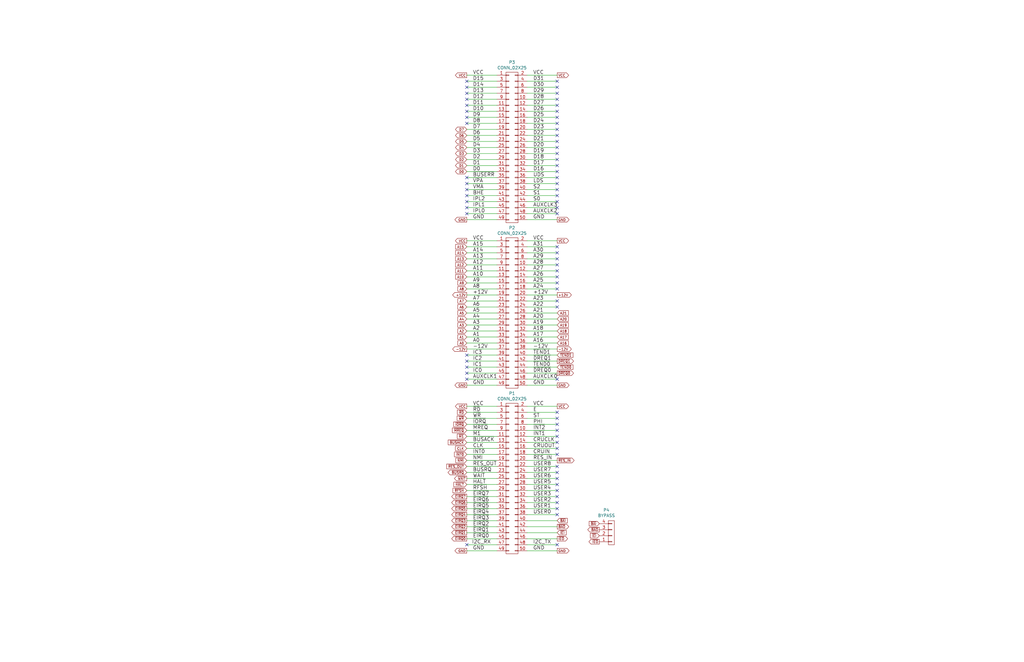
<source format=kicad_sch>
(kicad_sch (version 20211123) (generator eeschema)
  (paper "B")
  (lib_symbols
    (symbol "processor.Z80-rescue:CONN_01X04-conn" (pin_names (offset 1.016) hide)
      (property "Reference" "J" (at 0 6.35 0))
      (property "Value" "CONN_01X04-conn" (at 2.54 0 90))
      (symbol "CONN_01X04-conn_0_1"
        (rectangle (start -1.27 -3.683) (end 0.254 -3.937))
        (rectangle (start -1.27 -1.143) (end 0.254 -1.397))
        (rectangle (start -1.27 1.397) (end 0.254 1.143))
        (rectangle (start -1.27 3.937) (end 0.254 3.683))
        (rectangle (start -1.27 5.08) (end 1.27 -5.08))
      )
      (symbol "CONN_01X04-conn_1_1"
        (pin passive line (at -5.08 3.81 0) (length 3.81) (name "P1") (number "1"))
        (pin passive line (at -5.08 1.27 0) (length 3.81) (name "P2") (number "2"))
        (pin passive line (at -5.08 -1.27 0) (length 3.81) (name "P3") (number "3"))
        (pin passive line (at -5.08 -3.81 0) (length 3.81) (name "P4") (number "4"))
      )
    )
    (symbol "processor.Z80-rescue:CONN_02X25-conn" (pin_names (offset 0.0254) hide)
      (property "Reference" "J" (at 0 33.02 0))
      (property "Value" "CONN_02X25-conn" (at 0 0 90))
      (symbol "CONN_02X25-conn_0_1"
        (rectangle (start -2.54 -30.353) (end -1.27 -30.607))
        (rectangle (start -2.54 -27.813) (end -1.27 -28.067))
        (rectangle (start -2.54 -25.273) (end -1.27 -25.527))
        (rectangle (start -2.54 -22.733) (end -1.27 -22.987))
        (rectangle (start -2.54 -20.193) (end -1.27 -20.447))
        (rectangle (start -2.54 -17.653) (end -1.27 -17.907))
        (rectangle (start -2.54 -15.113) (end -1.27 -15.367))
        (rectangle (start -2.54 -12.573) (end -1.27 -12.827))
        (rectangle (start -2.54 -10.033) (end -1.27 -10.287))
        (rectangle (start -2.54 -7.493) (end -1.27 -7.747))
        (rectangle (start -2.54 -4.953) (end -1.27 -5.207))
        (rectangle (start -2.54 -2.413) (end -1.27 -2.667))
        (rectangle (start -2.54 0.127) (end -1.27 -0.127))
        (rectangle (start -2.54 2.667) (end -1.27 2.413))
        (rectangle (start -2.54 5.207) (end -1.27 4.953))
        (rectangle (start -2.54 7.747) (end -1.27 7.493))
        (rectangle (start -2.54 10.287) (end -1.27 10.033))
        (rectangle (start -2.54 12.827) (end -1.27 12.573))
        (rectangle (start -2.54 15.367) (end -1.27 15.113))
        (rectangle (start -2.54 17.907) (end -1.27 17.653))
        (rectangle (start -2.54 20.447) (end -1.27 20.193))
        (rectangle (start -2.54 22.987) (end -1.27 22.733))
        (rectangle (start -2.54 25.527) (end -1.27 25.273))
        (rectangle (start -2.54 28.067) (end -1.27 27.813))
        (rectangle (start -2.54 30.607) (end -1.27 30.353))
        (rectangle (start -2.54 31.75) (end 2.54 -31.75))
        (rectangle (start 1.27 -30.353) (end 2.54 -30.607))
        (rectangle (start 1.27 -27.813) (end 2.54 -28.067))
        (rectangle (start 1.27 -25.273) (end 2.54 -25.527))
        (rectangle (start 1.27 -22.733) (end 2.54 -22.987))
        (rectangle (start 1.27 -20.193) (end 2.54 -20.447))
        (rectangle (start 1.27 -17.653) (end 2.54 -17.907))
        (rectangle (start 1.27 -15.113) (end 2.54 -15.367))
        (rectangle (start 1.27 -12.573) (end 2.54 -12.827))
        (rectangle (start 1.27 -10.033) (end 2.54 -10.287))
        (rectangle (start 1.27 -7.493) (end 2.54 -7.747))
        (rectangle (start 1.27 -4.953) (end 2.54 -5.207))
        (rectangle (start 1.27 -2.413) (end 2.54 -2.667))
        (rectangle (start 1.27 0.127) (end 2.54 -0.127))
        (rectangle (start 1.27 2.667) (end 2.54 2.413))
        (rectangle (start 1.27 5.207) (end 2.54 4.953))
        (rectangle (start 1.27 7.747) (end 2.54 7.493))
        (rectangle (start 1.27 10.287) (end 2.54 10.033))
        (rectangle (start 1.27 12.827) (end 2.54 12.573))
        (rectangle (start 1.27 15.367) (end 2.54 15.113))
        (rectangle (start 1.27 17.907) (end 2.54 17.653))
        (rectangle (start 1.27 20.447) (end 2.54 20.193))
        (rectangle (start 1.27 22.987) (end 2.54 22.733))
        (rectangle (start 1.27 25.527) (end 2.54 25.273))
        (rectangle (start 1.27 28.067) (end 2.54 27.813))
        (rectangle (start 1.27 30.607) (end 2.54 30.353))
      )
      (symbol "CONN_02X25-conn_1_1"
        (pin passive line (at -6.35 30.48 0) (length 3.81) (name "P1") (number "1"))
        (pin passive line (at 6.35 20.32 180) (length 3.81) (name "P10") (number "10"))
        (pin passive line (at -6.35 17.78 0) (length 3.81) (name "P11") (number "11"))
        (pin passive line (at 6.35 17.78 180) (length 3.81) (name "P12") (number "12"))
        (pin passive line (at -6.35 15.24 0) (length 3.81) (name "P13") (number "13"))
        (pin passive line (at 6.35 15.24 180) (length 3.81) (name "P14") (number "14"))
        (pin passive line (at -6.35 12.7 0) (length 3.81) (name "P15") (number "15"))
        (pin passive line (at 6.35 12.7 180) (length 3.81) (name "P16") (number "16"))
        (pin passive line (at -6.35 10.16 0) (length 3.81) (name "P17") (number "17"))
        (pin passive line (at 6.35 10.16 180) (length 3.81) (name "P18") (number "18"))
        (pin passive line (at -6.35 7.62 0) (length 3.81) (name "P19") (number "19"))
        (pin passive line (at 6.35 30.48 180) (length 3.81) (name "P2") (number "2"))
        (pin passive line (at 6.35 7.62 180) (length 3.81) (name "P20") (number "20"))
        (pin passive line (at -6.35 5.08 0) (length 3.81) (name "P21") (number "21"))
        (pin passive line (at 6.35 5.08 180) (length 3.81) (name "P22") (number "22"))
        (pin passive line (at -6.35 2.54 0) (length 3.81) (name "P23") (number "23"))
        (pin passive line (at 6.35 2.54 180) (length 3.81) (name "P24") (number "24"))
        (pin passive line (at -6.35 0 0) (length 3.81) (name "P25") (number "25"))
        (pin passive line (at 6.35 0 180) (length 3.81) (name "P26") (number "26"))
        (pin passive line (at -6.35 -2.54 0) (length 3.81) (name "P27") (number "27"))
        (pin passive line (at 6.35 -2.54 180) (length 3.81) (name "P28") (number "28"))
        (pin passive line (at -6.35 -5.08 0) (length 3.81) (name "P29") (number "29"))
        (pin passive line (at -6.35 27.94 0) (length 3.81) (name "P3") (number "3"))
        (pin passive line (at 6.35 -5.08 180) (length 3.81) (name "P30") (number "30"))
        (pin passive line (at -6.35 -7.62 0) (length 3.81) (name "P31") (number "31"))
        (pin passive line (at 6.35 -7.62 180) (length 3.81) (name "P32") (number "32"))
        (pin passive line (at -6.35 -10.16 0) (length 3.81) (name "P33") (number "33"))
        (pin passive line (at 6.35 -10.16 180) (length 3.81) (name "P34") (number "34"))
        (pin passive line (at -6.35 -12.7 0) (length 3.81) (name "P35") (number "35"))
        (pin passive line (at 6.35 -12.7 180) (length 3.81) (name "P36") (number "36"))
        (pin passive line (at -6.35 -15.24 0) (length 3.81) (name "P37") (number "37"))
        (pin passive line (at 6.35 -15.24 180) (length 3.81) (name "P38") (number "38"))
        (pin passive line (at -6.35 -17.78 0) (length 3.81) (name "P39") (number "39"))
        (pin passive line (at 6.35 27.94 180) (length 3.81) (name "P4") (number "4"))
        (pin passive line (at 6.35 -17.78 180) (length 3.81) (name "P40") (number "40"))
        (pin passive line (at -6.35 -20.32 0) (length 3.81) (name "P41") (number "41"))
        (pin passive line (at 6.35 -20.32 180) (length 3.81) (name "P42") (number "42"))
        (pin passive line (at -6.35 -22.86 0) (length 3.81) (name "P43") (number "43"))
        (pin passive line (at 6.35 -22.86 180) (length 3.81) (name "P44") (number "44"))
        (pin passive line (at -6.35 -25.4 0) (length 3.81) (name "P45") (number "45"))
        (pin passive line (at 6.35 -25.4 180) (length 3.81) (name "P46") (number "46"))
        (pin passive line (at -6.35 -27.94 0) (length 3.81) (name "P47") (number "47"))
        (pin passive line (at 6.35 -27.94 180) (length 3.81) (name "P48") (number "48"))
        (pin passive line (at -6.35 -30.48 0) (length 3.81) (name "P49") (number "49"))
        (pin passive line (at -6.35 25.4 0) (length 3.81) (name "P5") (number "5"))
        (pin passive line (at 6.35 -30.48 180) (length 3.81) (name "P50") (number "50"))
        (pin passive line (at 6.35 25.4 180) (length 3.81) (name "P6") (number "6"))
        (pin passive line (at -6.35 22.86 0) (length 3.81) (name "P7") (number "7"))
        (pin passive line (at 6.35 22.86 180) (length 3.81) (name "P8") (number "8"))
        (pin passive line (at -6.35 20.32 0) (length 3.81) (name "P9") (number "9"))
      )
    )
  )
  (no_connect (at 234.95 34.29))
  (no_connect (at 196.85 157.48))
  (no_connect (at 234.95 217.17))
  (no_connect (at 234.95 212.09))
  (no_connect (at 234.95 116.84))
  (no_connect (at 234.95 127))
  (no_connect (at 196.85 41.91))
  (no_connect (at 196.85 85.09))
  (no_connect (at 234.95 199.39))
  (no_connect (at 234.95 184.15))
  (no_connect (at 234.95 41.91))
  (no_connect (at 196.85 149.86))
  (no_connect (at 234.95 90.17))
  (no_connect (at 234.95 64.77))
  (no_connect (at 234.95 85.09))
  (no_connect (at 196.85 36.83))
  (no_connect (at 234.95 36.83))
  (no_connect (at 196.85 52.07))
  (no_connect (at 234.95 69.85))
  (no_connect (at 234.95 77.47))
  (no_connect (at 234.95 196.85))
  (no_connect (at 196.85 152.4))
  (no_connect (at 234.95 181.61))
  (no_connect (at 196.85 229.87))
  (no_connect (at 234.95 39.37))
  (no_connect (at 234.95 204.47))
  (no_connect (at 234.95 214.63))
  (no_connect (at 234.95 106.68))
  (no_connect (at 234.95 186.69))
  (no_connect (at 234.95 129.54))
  (no_connect (at 196.85 34.29))
  (no_connect (at 196.85 49.53))
  (no_connect (at 234.95 201.93))
  (no_connect (at 234.95 104.14))
  (no_connect (at 234.95 173.99))
  (no_connect (at 234.95 191.77))
  (no_connect (at 234.95 189.23))
  (no_connect (at 234.95 59.69))
  (no_connect (at 234.95 80.01))
  (no_connect (at 234.95 74.93))
  (no_connect (at 234.95 209.55))
  (no_connect (at 234.95 52.07))
  (no_connect (at 196.85 77.47))
  (no_connect (at 234.95 62.23))
  (no_connect (at 196.85 82.55))
  (no_connect (at 234.95 109.22))
  (no_connect (at 234.95 121.92))
  (no_connect (at 196.85 90.17))
  (no_connect (at 234.95 44.45))
  (no_connect (at 234.95 111.76))
  (no_connect (at 234.95 54.61))
  (no_connect (at 234.95 46.99))
  (no_connect (at 234.95 49.53))
  (no_connect (at 234.95 229.87))
  (no_connect (at 234.95 72.39))
  (no_connect (at 234.95 207.01))
  (no_connect (at 234.95 176.53))
  (no_connect (at 196.85 154.94))
  (no_connect (at 234.95 87.63))
  (no_connect (at 196.85 74.93))
  (no_connect (at 234.95 179.07))
  (no_connect (at 234.95 119.38))
  (no_connect (at 234.95 67.31))
  (no_connect (at 234.95 114.3))
  (no_connect (at 196.85 87.63))
  (no_connect (at 196.85 46.99))
  (no_connect (at 234.95 82.55))
  (no_connect (at 196.85 39.37))
  (no_connect (at 196.85 160.02))
  (no_connect (at 234.95 57.15))
  (no_connect (at 196.85 80.01))
  (no_connect (at 234.95 160.02))
  (no_connect (at 196.85 44.45))
  (wire (pts (xy 222.25 34.29) (xy 234.95 34.29)))
  (wire (pts (xy 222.25 132.08) (xy 234.95 132.08)))
  (wire (pts (xy 222.25 152.4) (xy 234.95 152.4)))
  (wire (pts (xy 196.85 214.63) (xy 209.55 214.63)))
  (wire (pts (xy 196.85 147.32) (xy 209.55 147.32)))
  (wire (pts (xy 196.85 39.37) (xy 209.55 39.37)))
  (wire (pts (xy 196.85 114.3) (xy 209.55 114.3)))
  (wire (pts (xy 234.95 176.53) (xy 222.25 176.53)))
  (wire (pts (xy 196.85 109.22) (xy 209.55 109.22)))
  (wire (pts (xy 222.25 44.45) (xy 234.95 44.45)))
  (wire (pts (xy 196.85 104.14) (xy 209.55 104.14)))
  (wire (pts (xy 196.85 186.69) (xy 209.55 186.69)))
  (wire (pts (xy 222.25 101.6) (xy 234.95 101.6)))
  (wire (pts (xy 196.85 64.77) (xy 209.55 64.77)))
  (wire (pts (xy 196.85 224.79) (xy 209.55 224.79)))
  (wire (pts (xy 222.25 212.09) (xy 234.95 212.09)))
  (wire (pts (xy 222.25 72.39) (xy 234.95 72.39)))
  (wire (pts (xy 196.85 121.92) (xy 209.55 121.92)))
  (wire (pts (xy 222.25 142.24) (xy 234.95 142.24)))
  (wire (pts (xy 222.25 31.75) (xy 234.95 31.75)))
  (wire (pts (xy 234.95 219.71) (xy 222.25 219.71)))
  (wire (pts (xy 196.85 191.77) (xy 209.55 191.77)))
  (wire (pts (xy 222.25 207.01) (xy 234.95 207.01)))
  (wire (pts (xy 209.55 77.47) (xy 196.85 77.47)))
  (wire (pts (xy 222.25 39.37) (xy 234.95 39.37)))
  (wire (pts (xy 222.25 82.55) (xy 234.95 82.55)))
  (wire (pts (xy 222.25 147.32) (xy 234.95 147.32)))
  (wire (pts (xy 196.85 184.15) (xy 209.55 184.15)))
  (wire (pts (xy 196.85 134.62) (xy 209.55 134.62)))
  (wire (pts (xy 196.85 139.7) (xy 209.55 139.7)))
  (wire (pts (xy 222.25 217.17) (xy 234.95 217.17)))
  (wire (pts (xy 196.85 57.15) (xy 209.55 57.15)))
  (wire (pts (xy 222.25 194.31) (xy 234.95 194.31)))
  (wire (pts (xy 222.25 137.16) (xy 234.95 137.16)))
  (wire (pts (xy 196.85 176.53) (xy 209.55 176.53)))
  (wire (pts (xy 196.85 67.31) (xy 209.55 67.31)))
  (wire (pts (xy 222.25 36.83) (xy 234.95 36.83)))
  (wire (pts (xy 196.85 36.83) (xy 209.55 36.83)))
  (wire (pts (xy 222.25 52.07) (xy 234.95 52.07)))
  (wire (pts (xy 234.95 184.15) (xy 222.25 184.15)))
  (wire (pts (xy 196.85 171.45) (xy 209.55 171.45)))
  (wire (pts (xy 196.85 199.39) (xy 209.55 199.39)))
  (wire (pts (xy 196.85 196.85) (xy 209.55 196.85)))
  (wire (pts (xy 222.25 119.38) (xy 234.95 119.38)))
  (wire (pts (xy 196.85 137.16) (xy 209.55 137.16)))
  (wire (pts (xy 196.85 54.61) (xy 209.55 54.61)))
  (wire (pts (xy 234.95 224.79) (xy 222.25 224.79)))
  (wire (pts (xy 196.85 116.84) (xy 209.55 116.84)))
  (wire (pts (xy 222.25 160.02) (xy 234.95 160.02)))
  (wire (pts (xy 209.55 152.4) (xy 196.85 152.4)))
  (wire (pts (xy 222.25 67.31) (xy 234.95 67.31)))
  (wire (pts (xy 234.95 173.99) (xy 222.25 173.99)))
  (wire (pts (xy 209.55 229.87) (xy 196.85 229.87)))
  (wire (pts (xy 222.25 109.22) (xy 234.95 109.22)))
  (wire (pts (xy 196.85 209.55) (xy 209.55 209.55)))
  (wire (pts (xy 234.95 186.69) (xy 222.25 186.69)))
  (wire (pts (xy 222.25 157.48) (xy 234.95 157.48)))
  (wire (pts (xy 222.25 41.91) (xy 234.95 41.91)))
  (wire (pts (xy 196.85 62.23) (xy 209.55 62.23)))
  (wire (pts (xy 196.85 34.29) (xy 209.55 34.29)))
  (wire (pts (xy 222.25 59.69) (xy 234.95 59.69)))
  (wire (pts (xy 222.25 129.54) (xy 234.95 129.54)))
  (wire (pts (xy 196.85 101.6) (xy 209.55 101.6)))
  (wire (pts (xy 196.85 217.17) (xy 209.55 217.17)))
  (wire (pts (xy 222.25 127) (xy 234.95 127)))
  (wire (pts (xy 196.85 160.02) (xy 209.55 160.02)))
  (wire (pts (xy 196.85 119.38) (xy 209.55 119.38)))
  (wire (pts (xy 222.25 121.92) (xy 234.95 121.92)))
  (wire (pts (xy 222.25 134.62) (xy 234.95 134.62)))
  (wire (pts (xy 222.25 85.09) (xy 234.95 85.09)))
  (wire (pts (xy 234.95 181.61) (xy 222.25 181.61)))
  (wire (pts (xy 196.85 49.53) (xy 209.55 49.53)))
  (wire (pts (xy 222.25 90.17) (xy 234.95 90.17)))
  (wire (pts (xy 196.85 204.47) (xy 209.55 204.47)))
  (wire (pts (xy 222.25 92.71) (xy 234.95 92.71)))
  (wire (pts (xy 222.25 49.53) (xy 234.95 49.53)))
  (wire (pts (xy 196.85 207.01) (xy 209.55 207.01)))
  (wire (pts (xy 196.85 201.93) (xy 209.55 201.93)))
  (wire (pts (xy 196.85 111.76) (xy 209.55 111.76)))
  (wire (pts (xy 234.95 229.87) (xy 222.25 229.87)))
  (wire (pts (xy 196.85 227.33) (xy 209.55 227.33)))
  (wire (pts (xy 222.25 74.93) (xy 234.95 74.93)))
  (wire (pts (xy 222.25 201.93) (xy 234.95 201.93)))
  (wire (pts (xy 209.55 80.01) (xy 196.85 80.01)))
  (wire (pts (xy 222.25 189.23) (xy 234.95 189.23)))
  (wire (pts (xy 222.25 46.99) (xy 234.95 46.99)))
  (wire (pts (xy 222.25 104.14) (xy 234.95 104.14)))
  (wire (pts (xy 196.85 222.25) (xy 209.55 222.25)))
  (wire (pts (xy 222.25 209.55) (xy 234.95 209.55)))
  (wire (pts (xy 209.55 74.93) (xy 196.85 74.93)))
  (wire (pts (xy 209.55 90.17) (xy 196.85 90.17)))
  (wire (pts (xy 222.25 204.47) (xy 234.95 204.47)))
  (wire (pts (xy 196.85 194.31) (xy 209.55 194.31)))
  (wire (pts (xy 196.85 144.78) (xy 209.55 144.78)))
  (wire (pts (xy 196.85 69.85) (xy 209.55 69.85)))
  (wire (pts (xy 222.25 196.85) (xy 234.95 196.85)))
  (wire (pts (xy 222.25 106.68) (xy 234.95 106.68)))
  (wire (pts (xy 222.25 214.63) (xy 234.95 214.63)))
  (wire (pts (xy 222.25 199.39) (xy 234.95 199.39)))
  (wire (pts (xy 196.85 162.56) (xy 209.55 162.56)))
  (wire (pts (xy 196.85 41.91) (xy 209.55 41.91)))
  (wire (pts (xy 196.85 232.41) (xy 209.55 232.41)))
  (wire (pts (xy 222.25 77.47) (xy 234.95 77.47)))
  (wire (pts (xy 222.25 80.01) (xy 234.95 80.01)))
  (wire (pts (xy 196.85 106.68) (xy 209.55 106.68)))
  (wire (pts (xy 209.55 82.55) (xy 196.85 82.55)))
  (wire (pts (xy 222.25 191.77) (xy 234.95 191.77)))
  (wire (pts (xy 196.85 132.08) (xy 209.55 132.08)))
  (wire (pts (xy 196.85 31.75) (xy 209.55 31.75)))
  (wire (pts (xy 222.25 54.61) (xy 234.95 54.61)))
  (wire (pts (xy 196.85 44.45) (xy 209.55 44.45)))
  (wire (pts (xy 222.25 144.78) (xy 234.95 144.78)))
  (wire (pts (xy 222.25 124.46) (xy 234.95 124.46)))
  (wire (pts (xy 222.25 232.41) (xy 234.95 232.41)))
  (wire (pts (xy 222.25 149.86) (xy 234.95 149.86)))
  (wire (pts (xy 196.85 52.07) (xy 209.55 52.07)))
  (wire (pts (xy 209.55 149.86) (xy 196.85 149.86)))
  (wire (pts (xy 196.85 92.71) (xy 209.55 92.71)))
  (wire (pts (xy 222.25 139.7) (xy 234.95 139.7)))
  (wire (pts (xy 196.85 127) (xy 209.55 127)))
  (wire (pts (xy 222.25 57.15) (xy 234.95 57.15)))
  (wire (pts (xy 234.95 87.63) (xy 222.25 87.63)))
  (wire (pts (xy 196.85 189.23) (xy 209.55 189.23)))
  (wire (pts (xy 222.25 154.94) (xy 234.95 154.94)))
  (wire (pts (xy 222.25 64.77) (xy 234.95 64.77)))
  (wire (pts (xy 234.95 179.07) (xy 222.25 179.07)))
  (wire (pts (xy 234.95 227.33) (xy 222.25 227.33)))
  (wire (pts (xy 196.85 46.99) (xy 209.55 46.99)))
  (wire (pts (xy 209.55 157.48) (xy 196.85 157.48)))
  (wire (pts (xy 209.55 154.94) (xy 196.85 154.94)))
  (wire (pts (xy 196.85 212.09) (xy 209.55 212.09)))
  (wire (pts (xy 196.85 129.54) (xy 209.55 129.54)))
  (wire (pts (xy 222.25 111.76) (xy 234.95 111.76)))
  (wire (pts (xy 222.25 62.23) (xy 234.95 62.23)))
  (wire (pts (xy 209.55 87.63) (xy 196.85 87.63)))
  (wire (pts (xy 196.85 179.07) (xy 209.55 179.07)))
  (wire (pts (xy 196.85 142.24) (xy 209.55 142.24)))
  (wire (pts (xy 196.85 173.99) (xy 209.55 173.99)))
  (wire (pts (xy 234.95 222.25) (xy 222.25 222.25)))
  (wire (pts (xy 209.55 85.09) (xy 196.85 85.09)))
  (wire (pts (xy 196.85 72.39) (xy 209.55 72.39)))
  (wire (pts (xy 222.25 114.3) (xy 234.95 114.3)))
  (wire (pts (xy 222.25 69.85) (xy 234.95 69.85)))
  (wire (pts (xy 196.85 219.71) (xy 209.55 219.71)))
  (wire (pts (xy 196.85 181.61) (xy 209.55 181.61)))
  (wire (pts (xy 222.25 162.56) (xy 234.95 162.56)))
  (wire (pts (xy 196.85 59.69) (xy 209.55 59.69)))
  (wire (pts (xy 222.25 116.84) (xy 234.95 116.84)))
  (wire (pts (xy 222.25 171.45) (xy 234.95 171.45)))
  (wire (pts (xy 196.85 124.46) (xy 209.55 124.46)))
  (label "+12V" (at 224.79 124.46 0) (effects (font (size 1.524 1.524))))
  (label "~{IORQ}" (at 199.39 179.07 0) (effects (font (size 1.524 1.524))))
  (label "-12V" (at 224.79 147.32 0) (effects (font (size 1.524 1.524))))
  (label "D27" (at 224.79 44.45 0) (effects (font (size 1.524 1.524))))
  (label "USER5" (at 224.79 204.47 0) (effects (font (size 1.524 1.524))))
  (label "~{EIRQ4}" (at 199.39 217.17 0) (effects (font (size 1.524 1.524))))
  (label "D1" (at 199.39 69.85 0) (effects (font (size 1.524 1.524))))
  (label "D5" (at 199.39 59.69 0) (effects (font (size 1.524 1.524))))
  (label "~{BHE}" (at 199.39 82.55 0) (effects (font (size 1.524 1.524))))
  (label "A30" (at 224.79 106.68 0) (effects (font (size 1.524 1.524))))
  (label "GND" (at 199.39 162.56 0) (effects (font (size 1.524 1.524))))
  (label "~{INT0}" (at 199.39 191.77 0) (effects (font (size 1.524 1.524))))
  (label "VCC" (at 224.79 101.6 0) (effects (font (size 1.524 1.524))))
  (label "I2C_TX" (at 232.41 229.87 180) (effects (font (size 1.524 1.524))))
  (label "A6" (at 199.39 129.54 0) (effects (font (size 1.524 1.524))))
  (label "IC2" (at 199.39 152.4 0) (effects (font (size 1.524 1.524))))
  (label "A22" (at 224.79 129.54 0) (effects (font (size 1.524 1.524))))
  (label "A7" (at 199.39 127 0) (effects (font (size 1.524 1.524))))
  (label "AUXCLK3" (at 224.79 87.63 0) (effects (font (size 1.524 1.524))))
  (label "VCC" (at 199.39 101.6 0) (effects (font (size 1.524 1.524))))
  (label "D0" (at 199.39 72.39 0) (effects (font (size 1.524 1.524))))
  (label "D13" (at 199.39 39.37 0) (effects (font (size 1.524 1.524))))
  (label "AUXCLK1" (at 199.39 160.02 0) (effects (font (size 1.524 1.524))))
  (label "A19" (at 224.79 137.16 0) (effects (font (size 1.524 1.524))))
  (label "IPL1" (at 199.39 87.63 0) (effects (font (size 1.524 1.524))))
  (label "D29" (at 224.79 39.37 0) (effects (font (size 1.524 1.524))))
  (label "GND" (at 224.79 92.71 0) (effects (font (size 1.524 1.524))))
  (label "UDS" (at 224.79 74.93 0) (effects (font (size 1.524 1.524))))
  (label "A4" (at 199.39 134.62 0) (effects (font (size 1.524 1.524))))
  (label "A25" (at 224.79 119.38 0) (effects (font (size 1.524 1.524))))
  (label "A1" (at 199.39 142.24 0) (effects (font (size 1.524 1.524))))
  (label "GND" (at 199.39 92.71 0) (effects (font (size 1.524 1.524))))
  (label "A5" (at 199.39 132.08 0) (effects (font (size 1.524 1.524))))
  (label "~{EIRQ0}" (at 199.39 227.33 0) (effects (font (size 1.524 1.524))))
  (label "IC0" (at 199.39 157.48 0) (effects (font (size 1.524 1.524))))
  (label "D25" (at 224.79 49.53 0) (effects (font (size 1.524 1.524))))
  (label "D31" (at 224.79 34.29 0) (effects (font (size 1.524 1.524))))
  (label "USER6" (at 224.79 201.93 0) (effects (font (size 1.524 1.524))))
  (label "~{TEND0}" (at 224.79 154.94 0) (effects (font (size 1.524 1.524))))
  (label "D20" (at 224.79 62.23 0) (effects (font (size 1.524 1.524))))
  (label "D21" (at 224.79 59.69 0) (effects (font (size 1.524 1.524))))
  (label "CRUCLK" (at 224.79 186.69 0) (effects (font (size 1.524 1.524))))
  (label "VCC" (at 199.39 31.75 0) (effects (font (size 1.524 1.524))))
  (label "D4" (at 199.39 62.23 0) (effects (font (size 1.524 1.524))))
  (label "A10" (at 199.39 116.84 0) (effects (font (size 1.524 1.524))))
  (label "D19" (at 224.79 64.77 0) (effects (font (size 1.524 1.524))))
  (label "D14" (at 199.39 36.83 0) (effects (font (size 1.524 1.524))))
  (label "D7" (at 199.39 54.61 0) (effects (font (size 1.524 1.524))))
  (label "A21" (at 224.79 132.08 0) (effects (font (size 1.524 1.524))))
  (label "A0" (at 199.39 144.78 0) (effects (font (size 1.524 1.524))))
  (label "D9" (at 199.39 49.53 0) (effects (font (size 1.524 1.524))))
  (label "IC3" (at 199.39 149.86 0) (effects (font (size 1.524 1.524))))
  (label "USER3" (at 224.79 209.55 0) (effects (font (size 1.524 1.524))))
  (label "ST" (at 224.79 176.53 0) (effects (font (size 1.524 1.524))))
  (label "~{NMI}" (at 199.39 194.31 0) (effects (font (size 1.524 1.524))))
  (label "USER0" (at 224.79 217.17 0) (effects (font (size 1.524 1.524))))
  (label "~{TEND1}" (at 224.79 149.86 0) (effects (font (size 1.524 1.524))))
  (label "VCC" (at 224.79 31.75 0) (effects (font (size 1.524 1.524))))
  (label "~{EIRQ5}" (at 199.39 214.63 0) (effects (font (size 1.524 1.524))))
  (label "~{EIRQ1}" (at 199.39 224.79 0) (effects (font (size 1.524 1.524))))
  (label "D10" (at 199.39 46.99 0) (effects (font (size 1.524 1.524))))
  (label "~{HALT}" (at 199.39 204.47 0) (effects (font (size 1.524 1.524))))
  (label "~{EIRQ6}" (at 199.39 212.09 0) (effects (font (size 1.524 1.524))))
  (label "D8" (at 199.39 52.07 0) (effects (font (size 1.524 1.524))))
  (label "CRUIN" (at 224.79 191.77 0) (effects (font (size 1.524 1.524))))
  (label "D26" (at 224.79 46.99 0) (effects (font (size 1.524 1.524))))
  (label "PHI" (at 224.79 179.07 0) (effects (font (size 1.524 1.524))))
  (label "IPL2" (at 199.39 85.09 0) (effects (font (size 1.524 1.524))))
  (label "~{DREQ1}" (at 224.79 152.4 0) (effects (font (size 1.524 1.524))))
  (label "A15" (at 199.39 104.14 0) (effects (font (size 1.524 1.524))))
  (label "A16" (at 224.79 144.78 0) (effects (font (size 1.524 1.524))))
  (label "S2" (at 224.79 80.01 0) (effects (font (size 1.524 1.524))))
  (label "~{RD}" (at 199.39 173.99 0) (effects (font (size 1.524 1.524))))
  (label "E" (at 224.79 173.99 0) (effects (font (size 1.524 1.524))))
  (label "D28" (at 224.79 41.91 0) (effects (font (size 1.524 1.524))))
  (label "A12" (at 199.39 111.76 0) (effects (font (size 1.524 1.524))))
  (label "GND" (at 224.79 232.41 0) (effects (font (size 1.524 1.524))))
  (label "GND" (at 199.39 232.41 0) (effects (font (size 1.524 1.524))))
  (label "~{EIRQ3}" (at 199.39 219.71 0) (effects (font (size 1.524 1.524))))
  (label "A2" (at 199.39 139.7 0) (effects (font (size 1.524 1.524))))
  (label "D15" (at 199.39 34.29 0) (effects (font (size 1.524 1.524))))
  (label "A29" (at 224.79 109.22 0) (effects (font (size 1.524 1.524))))
  (label "S0" (at 224.79 85.09 0) (effects (font (size 1.524 1.524))))
  (label "USER8" (at 224.79 196.85 0) (effects (font (size 1.524 1.524))))
  (label "USER2" (at 224.79 212.09 0) (effects (font (size 1.524 1.524))))
  (label "~{WAIT}" (at 199.39 201.93 0) (effects (font (size 1.524 1.524))))
  (label "D17" (at 224.79 69.85 0) (effects (font (size 1.524 1.524))))
  (label "D3" (at 199.39 64.77 0) (effects (font (size 1.524 1.524))))
  (label "A26" (at 224.79 116.84 0) (effects (font (size 1.524 1.524))))
  (label "D11" (at 199.39 44.45 0) (effects (font (size 1.524 1.524))))
  (label "IC1" (at 199.39 154.94 0) (effects (font (size 1.524 1.524))))
  (label "D23" (at 224.79 54.61 0) (effects (font (size 1.524 1.524))))
  (label "~{INT1}" (at 224.79 184.15 0) (effects (font (size 1.524 1.524))))
  (label "~{BUSACK}" (at 199.39 186.69 0) (effects (font (size 1.524 1.524))))
  (label "~{MREQ}" (at 199.39 181.61 0) (effects (font (size 1.524 1.524))))
  (label "~{RES_IN}" (at 224.79 194.31 0) (effects (font (size 1.524 1.524))))
  (label "A27" (at 224.79 114.3 0) (effects (font (size 1.524 1.524))))
  (label "LDS" (at 224.79 77.47 0) (effects (font (size 1.524 1.524))))
  (label "A8" (at 199.39 121.92 0) (effects (font (size 1.524 1.524))))
  (label "I2C_RX" (at 207.01 229.87 180) (effects (font (size 1.524 1.524))))
  (label "-12V" (at 199.39 147.32 0) (effects (font (size 1.524 1.524))))
  (label "+12V" (at 199.39 124.46 0) (effects (font (size 1.524 1.524))))
  (label "USER4" (at 224.79 207.01 0) (effects (font (size 1.524 1.524))))
  (label "A23" (at 224.79 127 0) (effects (font (size 1.524 1.524))))
  (label "AUXCLK0" (at 224.79 160.02 0) (effects (font (size 1.524 1.524))))
  (label "D30" (at 224.79 36.83 0) (effects (font (size 1.524 1.524))))
  (label "D18" (at 224.79 67.31 0) (effects (font (size 1.524 1.524))))
  (label "D22" (at 224.79 57.15 0) (effects (font (size 1.524 1.524))))
  (label "A17" (at 224.79 142.24 0) (effects (font (size 1.524 1.524))))
  (label "~{INT2}" (at 224.79 181.61 0) (effects (font (size 1.524 1.524))))
  (label "D24" (at 224.79 52.07 0) (effects (font (size 1.524 1.524))))
  (label "~{VMA}" (at 199.39 80.01 0) (effects (font (size 1.524 1.524))))
  (label "~{BUSRQ}" (at 199.39 199.39 0) (effects (font (size 1.524 1.524))))
  (label "~{BUSERR}" (at 199.39 74.93 0) (effects (font (size 1.524 1.524))))
  (label "A11" (at 199.39 114.3 0) (effects (font (size 1.524 1.524))))
  (label "CRUOUT" (at 224.79 189.23 0) (effects (font (size 1.524 1.524))))
  (label "A14" (at 199.39 106.68 0) (effects (font (size 1.524 1.524))))
  (label "~{M1}" (at 199.39 184.15 0) (effects (font (size 1.524 1.524))))
  (label "D2" (at 199.39 67.31 0) (effects (font (size 1.524 1.524))))
  (label "AUXCLK2" (at 224.79 90.17 0) (effects (font (size 1.524 1.524))))
  (label "A13" (at 199.39 109.22 0) (effects (font (size 1.524 1.524))))
  (label "IPL0" (at 199.39 90.17 0) (effects (font (size 1.524 1.524))))
  (label "~{EIRQ7}" (at 199.39 209.55 0) (effects (font (size 1.524 1.524))))
  (label "A31" (at 224.79 104.14 0) (effects (font (size 1.524 1.524))))
  (label "USER7" (at 224.79 199.39 0) (effects (font (size 1.524 1.524))))
  (label "~{WR}" (at 199.39 176.53 0) (effects (font (size 1.524 1.524))))
  (label "~{RFSH}" (at 199.39 207.01 0) (effects (font (size 1.524 1.524))))
  (label "~{RES_OUT}" (at 199.39 196.85 0) (effects (font (size 1.524 1.524))))
  (label "A18" (at 224.79 139.7 0) (effects (font (size 1.524 1.524))))
  (label "~{DREQ0}" (at 224.79 157.48 0) (effects (font (size 1.524 1.524))))
  (label "S1" (at 224.79 82.55 0) (effects (font (size 1.524 1.524))))
  (label "A3" (at 199.39 137.16 0) (effects (font (size 1.524 1.524))))
  (label "~{VPA}" (at 199.39 77.47 0) (effects (font (size 1.524 1.524))))
  (label "VCC" (at 199.39 171.45 0) (effects (font (size 1.524 1.524))))
  (label "GND" (at 224.79 162.56 0) (effects (font (size 1.524 1.524))))
  (label "~{EIRQ2}" (at 199.39 222.25 0) (effects (font (size 1.524 1.524))))
  (label "A28" (at 224.79 111.76 0) (effects (font (size 1.524 1.524))))
  (label "A20" (at 224.79 134.62 0) (effects (font (size 1.524 1.524))))
  (label "D12" (at 199.39 41.91 0) (effects (font (size 1.524 1.524))))
  (label "A9" (at 199.39 119.38 0) (effects (font (size 1.524 1.524))))
  (label "A24" (at 224.79 121.92 0) (effects (font (size 1.524 1.524))))
  (label "CLK" (at 199.39 189.23 0) (effects (font (size 1.524 1.524))))
  (label "VCC" (at 224.79 171.45 0) (effects (font (size 1.524 1.524))))
  (label "D16" (at 224.79 72.39 0) (effects (font (size 1.524 1.524))))
  (label "D6" (at 199.39 57.15 0) (effects (font (size 1.524 1.524))))
  (label "USER1" (at 224.79 214.63 0) (effects (font (size 1.524 1.524))))
  (global_label "~{TEND1}" (shape input) (at 234.95 149.86 0) (effects (font (size 1.016 1.016))) (property "Intersheet References" "${INTERSHEET_REFS}" (effects hide)))
  (global_label "A7" (shape input) (at 196.85 127 180) (effects (font (size 1.016 1.016))) (property "Intersheet References" "${INTERSHEET_REFS}" (effects hide)))
  (global_label "~{BUSACK}" (shape input) (at 196.85 186.69 180) (effects (font (size 1.016 1.016))) (property "Intersheet References" "${INTERSHEET_REFS}" (effects hide)))
  (global_label "A4" (shape input) (at 196.85 134.62 180) (effects (font (size 1.016 1.016))) (property "Intersheet References" "${INTERSHEET_REFS}" (effects hide)))
  (global_label "~{EIRQ5}" (shape output) (at 196.85 214.63 180) (effects (font (size 1.016 1.016))) (property "Intersheet References" "${INTERSHEET_REFS}" (effects hide)))
  (global_label "~{NMI}" (shape input) (at 196.85 194.31 180) (effects (font (size 1.016 1.016))) (property "Intersheet References" "${INTERSHEET_REFS}" (effects hide)))
  (global_label "~{IEO}" (shape output) (at 252.73 228.6 180) (effects (font (size 1.016 1.016))) (property "Intersheet References" "${INTERSHEET_REFS}" (effects hide)))
  (global_label "A1" (shape input) (at 196.85 142.24 180) (effects (font (size 1.016 1.016))) (property "Intersheet References" "${INTERSHEET_REFS}" (effects hide)))
  (global_label "D2" (shape bidirectional) (at 196.85 67.31 180) (effects (font (size 1.016 1.016))) (property "Intersheet References" "${INTERSHEET_REFS}" (effects hide)))
  (global_label "~{RD}" (shape input) (at 196.85 173.99 180) (effects (font (size 1.016 1.016))) (property "Intersheet References" "${INTERSHEET_REFS}" (effects hide)))
  (global_label "~{EIRQ1}" (shape output) (at 196.85 224.79 180) (effects (font (size 1.016 1.016))) (property "Intersheet References" "${INTERSHEET_REFS}" (effects hide)))
  (global_label "~{M1}" (shape input) (at 196.85 184.15 180) (effects (font (size 1.016 1.016))) (property "Intersheet References" "${INTERSHEET_REFS}" (effects hide)))
  (global_label "~{INT0}" (shape input) (at 196.85 191.77 180) (effects (font (size 1.016 1.016))) (property "Intersheet References" "${INTERSHEET_REFS}" (effects hide)))
  (global_label "~{IEO}" (shape output) (at 234.95 227.33 0) (effects (font (size 1.016 1.016))) (property "Intersheet References" "${INTERSHEET_REFS}" (effects hide)))
  (global_label "A5" (shape input) (at 196.85 132.08 180) (effects (font (size 1.016 1.016))) (property "Intersheet References" "${INTERSHEET_REFS}" (effects hide)))
  (global_label "-12V" (shape output) (at 196.85 147.32 180) (effects (font (size 1.016 1.016))) (property "Intersheet References" "${INTERSHEET_REFS}" (effects hide)))
  (global_label "A14" (shape input) (at 196.85 106.68 180) (effects (font (size 1.016 1.016))) (property "Intersheet References" "${INTERSHEET_REFS}" (effects hide)))
  (global_label "~{HALT}" (shape input) (at 196.85 204.47 180) (effects (font (size 1.016 1.016))) (property "Intersheet References" "${INTERSHEET_REFS}" (effects hide)))
  (global_label "CLK" (shape input) (at 196.85 189.23 180) (effects (font (size 1.016 1.016))) (property "Intersheet References" "${INTERSHEET_REFS}" (effects hide)))
  (global_label "GND" (shape output) (at 234.95 92.71 0) (effects (font (size 1.016 1.016))) (property "Intersheet References" "${INTERSHEET_REFS}" (effects hide)))
  (global_label "VCC" (shape output) (at 196.85 171.45 180) (effects (font (size 1.016 1.016))) (property "Intersheet References" "${INTERSHEET_REFS}" (effects hide)))
  (global_label "~{RES_IN}" (shape output) (at 234.95 194.31 0) (effects (font (size 1.016 1.016))) (property "Intersheet References" "${INTERSHEET_REFS}" (effects hide)))
  (global_label "A0" (shape input) (at 196.85 144.78 180) (effects (font (size 1.016 1.016))) (property "Intersheet References" "${INTERSHEET_REFS}" (effects hide)))
  (global_label "~{IORQ}" (shape input) (at 196.85 179.07 180) (effects (font (size 1.016 1.016))) (property "Intersheet References" "${INTERSHEET_REFS}" (effects hide)))
  (global_label "~{EIRQ3}" (shape output) (at 196.85 219.71 180) (effects (font (size 1.016 1.016))) (property "Intersheet References" "${INTERSHEET_REFS}" (effects hide)))
  (global_label "D5" (shape bidirectional) (at 196.85 59.69 180) (effects (font (size 1.016 1.016))) (property "Intersheet References" "${INTERSHEET_REFS}" (effects hide)))
  (global_label "-12V" (shape output) (at 234.95 147.32 0) (effects (font (size 1.016 1.016))) (property "Intersheet References" "${INTERSHEET_REFS}" (effects hide)))
  (global_label "+12V" (shape output) (at 234.95 124.46 0) (effects (font (size 1.016 1.016))) (property "Intersheet References" "${INTERSHEET_REFS}" (effects hide)))
  (global_label "A18" (shape input) (at 234.95 139.7 0) (effects (font (size 1.016 1.016))) (property "Intersheet References" "${INTERSHEET_REFS}" (effects hide)))
  (global_label "~{IEI}" (shape input) (at 252.73 226.06 180) (effects (font (size 1.016 1.016))) (property "Intersheet References" "${INTERSHEET_REFS}" (effects hide)))
  (global_label "A13" (shape input) (at 196.85 109.22 180) (effects (font (size 1.016 1.016))) (property "Intersheet References" "${INTERSHEET_REFS}" (effects hide)))
  (global_label "~{DREQ1}" (shape output) (at 234.95 152.4 0) (effects (font (size 1.016 1.016))) (property "Intersheet References" "${INTERSHEET_REFS}" (effects hide)))
  (global_label "GND" (shape output) (at 196.85 92.71 180) (effects (font (size 1.016 1.016))) (property "Intersheet References" "${INTERSHEET_REFS}" (effects hide)))
  (global_label "D3" (shape bidirectional) (at 196.85 64.77 180) (effects (font (size 1.016 1.016))) (property "Intersheet References" "${INTERSHEET_REFS}" (effects hide)))
  (global_label "~{EIRQ4}" (shape output) (at 196.85 217.17 180) (effects (font (size 1.016 1.016))) (property "Intersheet References" "${INTERSHEET_REFS}" (effects hide)))
  (global_label "A15" (shape input) (at 196.85 104.14 180) (effects (font (size 1.016 1.016))) (property "Intersheet References" "${INTERSHEET_REFS}" (effects hide)))
  (global_label "A6" (shape input) (at 196.85 129.54 180) (effects (font (size 1.016 1.016))) (property "Intersheet References" "${INTERSHEET_REFS}" (effects hide)))
  (global_label "~{RFSH}" (shape input) (at 196.85 207.01 180) (effects (font (size 1.016 1.016))) (property "Intersheet References" "${INTERSHEET_REFS}" (effects hide)))
  (global_label "+12V" (shape output) (at 196.85 124.46 180) (effects (font (size 1.016 1.016))) (property "Intersheet References" "${INTERSHEET_REFS}" (effects hide)))
  (global_label "~{EIRQ7}" (shape output) (at 196.85 209.55 180) (effects (font (size 1.016 1.016))) (property "Intersheet References" "${INTERSHEET_REFS}" (effects hide)))
  (global_label "VCC" (shape output) (at 234.95 101.6 0) (effects (font (size 1.016 1.016))) (property "Intersheet References" "${INTERSHEET_REFS}" (effects hide)))
  (global_label "VCC" (shape output) (at 196.85 31.75 180) (effects (font (size 1.016 1.016))) (property "Intersheet References" "${INTERSHEET_REFS}" (effects hide)))
  (global_label "A9" (shape input) (at 196.85 119.38 180) (effects (font (size 1.016 1.016))) (property "Intersheet References" "${INTERSHEET_REFS}" (effects hide)))
  (global_label "~{BUSRQ}" (shape bidirectional) (at 196.85 199.39 180) (effects (font (size 1.016 1.016))) (property "Intersheet References" "${INTERSHEET_REFS}" (effects hide)))
  (global_label "~{TEND0}" (shape input) (at 234.95 154.94 0) (effects (font (size 1.016 1.016))) (property "Intersheet References" "${INTERSHEET_REFS}" (effects hide)))
  (global_label "~{WR}" (shape input) (at 196.85 176.53 180) (effects (font (size 1.016 1.016))) (property "Intersheet References" "${INTERSHEET_REFS}" (effects hide)))
  (global_label "~{BAI}" (shape input) (at 252.73 220.98 180) (effects (font (size 1.016 1.016))) (property "Intersheet References" "${INTERSHEET_REFS}" (effects hide)))
  (global_label "~{EIRQ0}" (shape output) (at 196.85 227.33 180) (effects (font (size 1.016 1.016))) (property "Intersheet References" "${INTERSHEET_REFS}" (effects hide)))
  (global_label "GND" (shape output) (at 234.95 162.56 0) (effects (font (size 1.016 1.016))) (property "Intersheet References" "${INTERSHEET_REFS}" (effects hide)))
  (global_label "A8" (shape input) (at 196.85 121.92 180) (effects (font (size 1.016 1.016))) (property "Intersheet References" "${INTERSHEET_REFS}" (effects hide)))
  (global_label "A16" (shape input) (at 234.95 144.78 0) (effects (font (size 1.016 1.016))) (property "Intersheet References" "${INTERSHEET_REFS}" (effects hide)))
  (global_label "D0" (shape bidirectional) (at 196.85 72.39 180) (effects (font (size 1.016 1.016))) (property "Intersheet References" "${INTERSHEET_REFS}" (effects hide)))
  (global_label "GND" (shape output) (at 196.85 162.56 180) (effects (font (size 1.016 1.016))) (property "Intersheet References" "${INTERSHEET_REFS}" (effects hide)))
  (global_label "D4" (shape bidirectional) (at 196.85 62.23 180) (effects (font (size 1.016 1.016))) (property "Intersheet References" "${INTERSHEET_REFS}" (effects hide)))
  (global_label "D1" (shape bidirectional) (at 196.85 69.85 180) (effects (font (size 1.016 1.016))) (property "Intersheet References" "${INTERSHEET_REFS}" (effects hide)))
  (global_label "A3" (shape input) (at 196.85 137.16 180) (effects (font (size 1.016 1.016))) (property "Intersheet References" "${INTERSHEET_REFS}" (effects hide)))
  (global_label "D6" (shape bidirectional) (at 196.85 57.15 180) (effects (font (size 1.016 1.016))) (property "Intersheet References" "${INTERSHEET_REFS}" (effects hide)))
  (global_label "A12" (shape input) (at 196.85 111.76 180) (effects (font (size 1.016 1.016))) (property "Intersheet References" "${INTERSHEET_REFS}" (effects hide)))
  (global_label "D7" (shape bidirectional) (at 196.85 54.61 180) (effects (font (size 1.016 1.016))) (property "Intersheet References" "${INTERSHEET_REFS}" (effects hide)))
  (global_label "A21" (shape input) (at 234.95 132.08 0) (effects (font (size 1.016 1.016))) (property "Intersheet References" "${INTERSHEET_REFS}" (effects hide)))
  (global_label "~{BAI}" (shape input) (at 234.95 219.71 0) (effects (font (size 1.016 1.016))) (property "Intersheet References" "${INTERSHEET_REFS}" (effects hide)))
  (global_label "A11" (shape input) (at 196.85 114.3 180) (effects (font (size 1.016 1.016))) (property "Intersheet References" "${INTERSHEET_REFS}" (effects hide)))
  (global_label "GND" (shape output) (at 196.85 232.41 180) (effects (font (size 1.016 1.016))) (property "Intersheet References" "${INTERSHEET_REFS}" (effects hide)))
  (global_label "A19" (shape input) (at 234.95 137.16 0) (effects (font (size 1.016 1.016))) (property "Intersheet References" "${INTERSHEET_REFS}" (effects hide)))
  (global_label "~{EIRQ6}" (shape output) (at 196.85 212.09 180) (effects (font (size 1.016 1.016))) (property "Intersheet References" "${INTERSHEET_REFS}" (effects hide)))
  (global_label "A17" (shape input) (at 234.95 142.24 0) (effects (font (size 1.016 1.016))) (property "Intersheet References" "${INTERSHEET_REFS}" (effects hide)))
  (global_label "A2" (shape input) (at 196.85 139.7 180) (effects (font (size 1.016 1.016))) (property "Intersheet References" "${INTERSHEET_REFS}" (effects hide)))
  (global_label "VCC" (shape output) (at 234.95 171.45 0) (effects (font (size 1.016 1.016))) (property "Intersheet References" "${INTERSHEET_REFS}" (effects hide)))
  (global_label "~{BAO}" (shape output) (at 234.95 222.25 0) (effects (font (size 1.016 1.016))) (property "Intersheet References" "${INTERSHEET_REFS}" (effects hide)))
  (global_label "~{WAIT}" (shape output) (at 196.85 201.93 180) (effects (font (size 1.016 1.016))) (property "Intersheet References" "${INTERSHEET_REFS}" (effects hide)))
  (global_label "GND" (shape output) (at 234.95 232.41 0) (effects (font (size 1.016 1.016))) (property "Intersheet References" "${INTERSHEET_REFS}" (effects hide)))
  (global_label "~{IEI}" (shape input) (at 234.95 224.79 0) (effects (font (size 1.016 1.016))) (property "Intersheet References" "${INTERSHEET_REFS}" (effects hide)))
  (global_label "~{RES_OUT}" (shape input) (at 196.85 196.85 180) (effects (font (size 1.016 1.016))) (property "Intersheet References" "${INTERSHEET_REFS}" (effects hide)))
  (global_label "~{BAO}" (shape output) (at 252.73 223.52 180) (effects (font (size 1.016 1.016))) (property "Intersheet References" "${INTERSHEET_REFS}" (effects hide)))
  (global_label "~{DREQ0}" (shape output) (at 234.95 157.48 0) (effects (font (size 1.016 1.016))) (property "Intersheet References" "${INTERSHEET_REFS}" (effects hide)))
  (global_label "~{EIRQ2}" (shape output) (at 196.85 222.25 180) (effects (font (size 1.016 1.016))) (property "Intersheet References" "${INTERSHEET_REFS}" (effects hide)))
  (global_label "VCC" (shape output) (at 196.85 101.6 180) (effects (font (size 1.016 1.016))) (property "Intersheet References" "${INTERSHEET_REFS}" (effects hide)))
  (global_label "A10" (shape input) (at 196.85 116.84 180) (effects (font (size 1.016 1.016))) (property "Intersheet References" "${INTERSHEET_REFS}" (effects hide)))
  (global_label "~{MREQ}" (shape input) (at 196.85 181.61 180) (effects (font (size 1.016 1.016))) (property "Intersheet References" "${INTERSHEET_REFS}" (effects hide)))
  (global_label "VCC" (shape output) (at 234.95 31.75 0) (effects (font (size 1.016 1.016))) (property "Intersheet References" "${INTERSHEET_REFS}" (effects hide)))
  (global_label "A20" (shape input) (at 234.95 134.62 0) (effects (font (size 1.016 1.016))) (property "Intersheet References" "${INTERSHEET_REFS}" (effects hide)))
  (symbol (lib_id "processor.Z80-rescue:CONN_02X25-conn") (at 215.9 62.23 0) (unit 1)
    (property "Reference" "P3" (at 215.9 26.289 0))
    (property "Value" "CONN_02X25" (at 215.9 28.6004 0))
    (property "Footprint" "Connector_IDC:IDC-Header_2x25_P2.54mm_Horizontal" (effects hide))
  )
  (symbol (lib_id "processor.Z80-rescue:CONN_01X04-conn") (at 257.81 224.79 0) (mirror x) (unit 1)
    (property "Reference" "P4" (at 255.7018 215.265 0))
    (property "Value" "BYPASS" (at 255.7018 217.5764 0))
    (property "Footprint" "Connector_PinHeader_2.54mm:PinHeader_1x04_P2.54mm_Vertical" (effects hide))
  )
  (symbol (lib_id "processor.Z80-rescue:CONN_02X25-conn") (at 215.9 201.93 0) (unit 1)
    (property "Reference" "P1" (at 215.9 165.989 0))
    (property "Value" "CONN_02X25" (at 215.9 168.3004 0))
    (property "Footprint" "Connector_IDC:IDC-Header_2x25_P2.54mm_Horizontal" (effects hide))
  )
  (symbol (lib_id "processor.Z80-rescue:CONN_02X25-conn") (at 215.9 132.08 0) (unit 1)
    (property "Reference" "P2" (at 215.9 96.139 0))
    (property "Value" "CONN_02X25" (at 215.9 98.4504 0))
    (property "Footprint" "Connector_IDC:IDC-Header_2x25_P2.54mm_Horizontal" (effects hide))
  )
)
</source>
